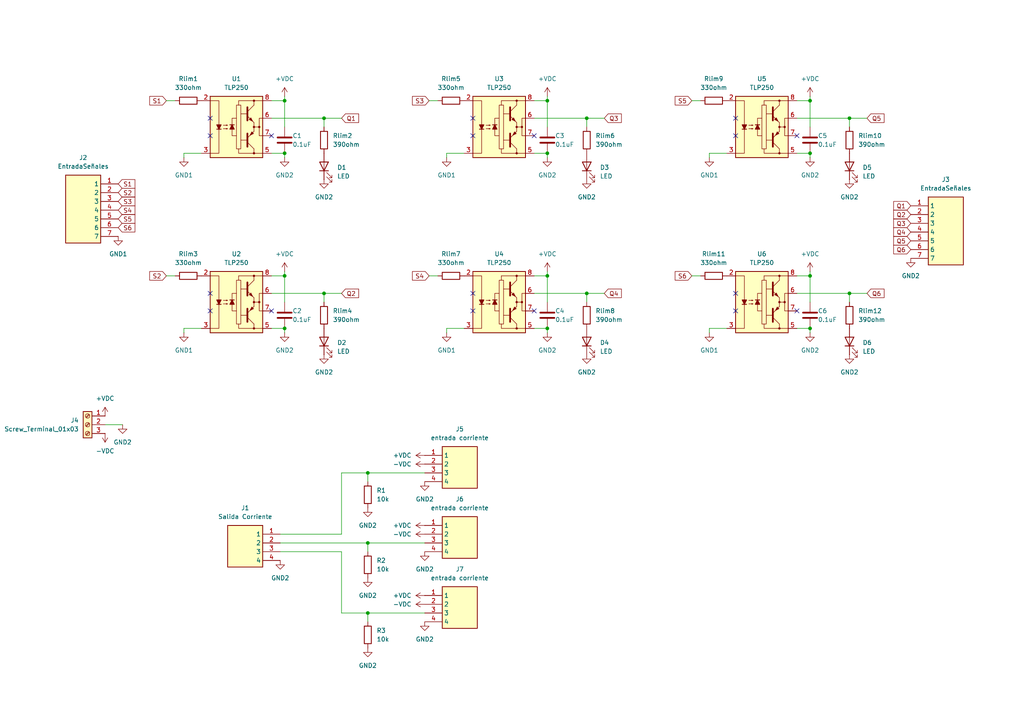
<source format=kicad_sch>
(kicad_sch (version 20231120) (generator "eeschema") (generator_version "8.0")
  (paper "A4")
  (lib_symbols
    (symbol "Conn_Socket6_1"
      (property "Reference" "J2" (at 10.16 7.62 0))
      (property "Value" "EntradaSeñales" (at 10.16 5.08 0))
      (symbol "Conn_Socket6_1_1_1"
        (rectangle (start 5.08 2.54) (end 15.24 -17.145) (stroke (width 0.254)) (fill (type background)))
        (pin passive line (at 0 0 0) (length 5.08) (name "1") (number "1"))
        (pin passive line (at 0 -2.54 0) (length 5.08) (name "2") (number "2"))
        (pin passive line (at 0 -5.08 0) (length 5.08) (name "3") (number "3"))
        (pin passive line (at 0 -7.62 0) (length 5.08) (name "4") (number "4"))
        (pin passive line (at 0 -10.16 0) (length 5.08) (name "5") (number "5"))
        (pin passive line (at 0 -12.7 0) (length 5.08) (name "6") (number "6"))
        (pin passive line (at 0 -15.24 0) (length 5.08) (name "7") (number "7"))
      )
    )
    (symbol "Conn_Socket6_2"
      (property "Reference" "J1" (at 10.16 7.62 0))
      (property "Value" "EntradaSeñales" (at 10.16 5.08 0))
      (symbol "Conn_Socket6_2_1_1"
        (rectangle (start 5.08 2.54) (end 15.24 -9.525) (stroke (width 0.254)) (fill (type background)))
        (pin passive line (at 0 0 0) (length 5.08) (name "1") (number "1"))
        (pin passive line (at 0 -2.54 0) (length 5.08) (name "2") (number "2"))
        (pin passive line (at 0 -5.08 0) (length 5.08) (name "3") (number "3"))
        (pin passive line (at 0 -7.62 0) (length 5.08) (name "4") (number "4"))
      )
    )
    (symbol "Connector:Screw_Terminal_01x03" (pin_names (offset 1.016) hide)
      (property "Reference" "J" (at 0 5.08 0))
      (property "Value" "Screw_Terminal_01x03" (at 0 -5.08 0))
      (symbol "Screw_Terminal_01x03_1_1"
        (rectangle (start -1.27 3.81) (end 1.27 -3.81) (stroke (width 0.254)) (fill (type background)))
        (circle (center 0 -2.54) (radius 0.635) (stroke (width 0.1524)))
        (polyline (pts (xy -0.5334 -2.2098) (xy 0.3302 -3.048)) (stroke (width 0.1524)))
        (polyline (pts (xy -0.5334 0.3302) (xy 0.3302 -0.508)) (stroke (width 0.1524)))
        (polyline (pts (xy -0.5334 2.8702) (xy 0.3302 2.032)) (stroke (width 0.1524)))
        (polyline (pts (xy -0.3556 -2.032) (xy 0.508 -2.8702)) (stroke (width 0.1524)))
        (polyline (pts (xy -0.3556 0.508) (xy 0.508 -0.3302)) (stroke (width 0.1524)))
        (polyline (pts (xy -0.3556 3.048) (xy 0.508 2.2098)) (stroke (width 0.1524)))
        (circle (center 0 0) (radius 0.635) (stroke (width 0.1524)))
        (circle (center 0 2.54) (radius 0.635) (stroke (width 0.1524)))
        (pin passive line (at -5.08 2.54 0) (length 3.81) (name "Pin_1") (number "1"))
        (pin passive line (at -5.08 0 0) (length 3.81) (name "Pin_2") (number "2"))
        (pin passive line (at -5.08 -2.54 0) (length 3.81) (name "Pin_3") (number "3"))
      )
    )
    (symbol "Device:C" (pin_numbers hide) (pin_names (offset 0.254))
      (property "Reference" "C" (at 0.635 2.54 0))
      (property "Value" "C" (at 0.635 -2.54 0))
      (symbol "C_0_1"
        (polyline (pts (xy -2.032 -0.762) (xy 2.032 -0.762)) (stroke (width 0.508)))
        (polyline (pts (xy -2.032 0.762) (xy 2.032 0.762)) (stroke (width 0.508)))
      )
      (symbol "C_1_1"
        (pin passive line (at 0 3.81 270) (length 2.794) (name "~") (number "1"))
        (pin passive line (at 0 -3.81 90) (length 2.794) (name "~") (number "2"))
      )
    )
    (symbol "Device:LED" (pin_numbers hide) (pin_names (offset 1.016) hide)
      (property "Reference" "D" (at 0 2.54 0))
      (property "Value" "LED" (at 0 -2.54 0))
      (symbol "LED_0_1"
        (polyline (pts (xy -1.27 -1.27) (xy -1.27 1.27)) (stroke (width 0.254)))
        (polyline (pts (xy -1.27 0) (xy 1.27 0)))
        (polyline (pts (xy 1.27 -1.27) (xy 1.27 1.27) (xy -1.27 0) (xy 1.27 -1.27)) (stroke (width 0.254)))
        (polyline (pts (xy -3.048 -0.762) (xy -4.572 -2.286) (xy -3.81 -2.286) (xy -4.572 -2.286) (xy -4.572 -1.524)))
        (polyline (pts (xy -1.778 -0.762) (xy -3.302 -2.286) (xy -2.54 -2.286) (xy -3.302 -2.286) (xy -3.302 -1.524)))
      )
      (symbol "LED_1_1"
        (pin passive line (at -3.81 0 0) (length 2.54) (name "K") (number "1"))
        (pin passive line (at 3.81 0 180) (length 2.54) (name "A") (number "2"))
      )
    )
    (symbol "Device:R" (pin_numbers hide) (pin_names (offset 0))
      (property "Reference" "R" (at 2.032 0 90))
      (property "Value" "R" (at 0 0 90))
      (symbol "R_0_1"
        (rectangle (start -1.016 -2.54) (end 1.016 2.54) (stroke (width 0.254)))
      )
      (symbol "R_1_1"
        (pin passive line (at 0 3.81 270) (length 1.27) (name "~") (number "1"))
        (pin passive line (at 0 -3.81 90) (length 1.27) (name "~") (number "2"))
      )
    )
    (symbol "Driver_FET:TLP250" (pin_names hide)
      (property "Reference" "U" (at 0 12.7 0))
      (property "Value" "TLP250" (at 0 10.16 0))
      (symbol "TLP250_0_1"
        (rectangle (start -7.62 8.89) (end 7.62 -8.89) (stroke (width 0.254)) (fill (type background)))
        (polyline (pts (xy -5.715 -0.635) (xy -4.445 -0.635)) (stroke (width 0.254)))
        (polyline (pts (xy -0.635 0.635) (xy -1.905 0.635)) (stroke (width 0.254)))
        (polyline (pts (xy 3.048 -3.81) (xy 1.27 -3.81)))
        (polyline (pts (xy 3.048 3.81) (xy 1.27 3.81)))
        (polyline (pts (xy 3.175 -4.445) (xy 5.08 -6.35)))
        (polyline (pts (xy 3.175 4.445) (xy 5.08 6.35)))
        (polyline (pts (xy 5.08 -6.35) (xy 5.08 -7.62)))
        (polyline (pts (xy 5.08 -1.27) (xy 3.175 -3.175)) (fill (type outline)))
        (polyline (pts (xy 5.08 0) (xy 6.604 0)))
        (polyline (pts (xy 5.08 1.27) (xy 3.175 3.175)) (fill (type outline)))
        (polyline (pts (xy 5.08 6.35) (xy 5.08 7.62)))
        (polyline (pts (xy 7.62 7.62) (xy 0.635 7.62)))
        (polyline (pts (xy -1.27 -0.635) (xy -1.27 -2.54) (xy 0 -2.54)))
        (polyline (pts (xy -1.27 0.635) (xy -1.27 2.54) (xy 0 2.54)))
        (polyline (pts (xy 0.635 -6.35) (xy 0.635 -7.62) (xy 7.62 -7.62)))
        (polyline (pts (xy 3.175 -5.715) (xy 3.175 -1.905) (xy 3.175 -1.905)) (stroke (width 0.508)))
        (polyline (pts (xy 3.175 5.715) (xy 3.175 1.905) (xy 3.175 1.905)) (stroke (width 0.508)))
        (polyline (pts (xy -7.62 7.62) (xy -5.08 7.62) (xy -5.08 -7.62) (xy -7.62 -7.62)))
        (polyline (pts (xy -5.08 -0.635) (xy -5.715 0.635) (xy -4.445 0.635) (xy -5.08 -0.635)) (stroke (width 0.254)) (fill (type outline)))
        (polyline (pts (xy -1.27 0.635) (xy -0.635 -0.635) (xy -1.905 -0.635) (xy -1.27 0.635)) (stroke (width 0.254)) (fill (type outline)))
        (polyline (pts (xy 7.62 2.54) (xy 6.604 2.54) (xy 6.604 -2.54) (xy 7.62 -2.54)))
        (polyline (pts (xy -3.81 -0.508) (xy -2.54 -0.508) (xy -2.921 -0.635) (xy -2.921 -0.381) (xy -2.54 -0.508)))
        (polyline (pts (xy -3.81 0.508) (xy -2.54 0.508) (xy -2.921 0.381) (xy -2.921 0.635) (xy -2.54 0.508)))
        (polyline (pts (xy 1.27 6.35) (xy 1.27 -6.35) (xy 0 -6.35) (xy 0 6.35) (xy 1.27 6.35)))
        (polyline (pts (xy 3.683 2.159) (xy 4.191 2.667) (xy 4.699 1.651) (xy 3.683 2.159) (xy 3.683 2.159)) (fill (type outline)))
        (polyline (pts (xy 4.953 -1.905) (xy 4.445 -1.397) (xy 3.937 -2.413) (xy 4.953 -1.905) (xy 4.953 -1.905)) (fill (type outline)))
        (rectangle (start 0.635 6.35) (end 0.635 6.35))
        (rectangle (start 0.635 6.35) (end 0.635 7.62))
        (circle (center 5.08 -7.62) (radius 0.254) (fill (type outline)))
        (circle (center 5.08 0) (radius 0.254) (fill (type outline)))
        (rectangle (start 5.08 1.27) (end 5.08 -1.27))
        (circle (center 5.08 7.62) (radius 0.254) (fill (type outline)))
        (circle (center 6.604 0) (radius 0.254) (fill (type outline)))
      )
      (symbol "TLP250_1_1"
        (pin no_connect line (at -7.62 2.54 0) (length 2.54) hide (name "NC") (number "1"))
        (pin passive line (at -10.16 7.62 0) (length 2.54) (name "A") (number "2"))
        (pin passive line (at -10.16 -7.62 0) (length 2.54) (name "C") (number "3"))
        (pin no_connect line (at -7.62 -2.54 0) (length 2.54) hide (name "NC") (number "4"))
        (pin power_in line (at 10.16 -7.62 180) (length 2.54) (name "VEE") (number "5"))
        (pin output line (at 10.16 2.54 180) (length 2.54) (name "VO") (number "6"))
        (pin output line (at 10.16 -2.54 180) (length 2.54) (name "VO") (number "7"))
        (pin power_in line (at 10.16 7.62 180) (length 2.54) (name "VCC") (number "8"))
      )
    )
    (symbol "power:GND" (power) (pin_numbers hide) (pin_names (offset 0) hide)
      (property "Value" "GND" (at 0 -3.81 0))
      (symbol "GND_0_1"
        (polyline (pts (xy 0 0) (xy 0 -1.27) (xy 1.27 -1.27) (xy 0 -2.54) (xy -1.27 -1.27) (xy 0 -1.27)))
      )
      (symbol "GND_1_1"
        (pin power_in line (at 0 0 270) (length 0) (name "~") (number "1"))
      )
    )
    (symbol "power:VDC" (power) (pin_numbers hide) (pin_names (offset 0) hide)
      (property "Value" "VDC" (at 0 3.556 0))
      (symbol "VDC_0_1"
        (polyline (pts (xy -0.762 1.27) (xy 0 2.54)))
        (polyline (pts (xy 0 0) (xy 0 2.54)))
        (polyline (pts (xy 0 2.54) (xy 0.762 1.27)))
      )
      (symbol "VDC_1_1"
        (pin power_in line (at 0 0 90) (length 0) (name "~") (number "1"))
      )
    )
  )
  (junction (at 246.38 85.09))
  (junction (at 234.95 95.25))
  (junction (at 158.75 44.45))
  (junction (at 234.95 29.21))
  (junction (at 158.75 95.25))
  (junction (at 246.38 34.29))
  (junction (at 82.55 44.45))
  (junction (at 234.95 80.01))
  (junction (at 170.18 34.29))
  (junction (at 158.75 29.21))
  (junction (at 158.75 80.01))
  (junction (at 82.55 95.25))
  (junction (at 93.98 85.09))
  (junction (at 82.55 29.21))
  (junction (at 106.68 177.8))
  (junction (at 170.18 85.09))
  (junction (at 93.98 34.29))
  (junction (at 106.68 137.16))
  (junction (at 82.55 80.01))
  (junction (at 234.95 44.45))
  (junction (at 106.68 157.48))
  (no_connect (at 231.14 39.37))
  (no_connect (at 154.94 39.37))
  (no_connect (at 78.74 39.37))
  (no_connect (at 213.36 90.17))
  (no_connect (at 78.74 90.17))
  (no_connect (at 137.16 34.29))
  (no_connect (at 213.36 39.37))
  (no_connect (at 60.96 39.37))
  (no_connect (at 137.16 39.37))
  (no_connect (at 60.96 90.17))
  (no_connect (at 60.96 85.09))
  (no_connect (at 231.14 90.17))
  (no_connect (at 213.36 85.09))
  (no_connect (at 137.16 90.17))
  (no_connect (at 137.16 85.09))
  (no_connect (at 154.94 90.17))
  (no_connect (at 60.96 34.29))
  (no_connect (at 213.36 34.29))
  (wire (pts (xy 124.46 29.21) (xy 127 29.21)))
  (wire (pts (xy 158.75 80.01) (xy 158.75 78.74)))
  (wire (pts (xy 246.38 87.63) (xy 246.38 85.09)))
  (wire (pts (xy 93.98 34.29) (xy 99.06 34.29)))
  (wire (pts (xy 99.06 137.16) (xy 106.68 137.16)))
  (wire (pts (xy 129.54 95.25) (xy 129.54 96.52)))
  (wire (pts (xy 158.75 95.25) (xy 158.75 96.52)))
  (wire (pts (xy 81.28 160.02) (xy 99.06 160.02)))
  (wire (pts (xy 154.94 29.21) (xy 158.75 29.21)))
  (wire (pts (xy 158.75 44.45) (xy 158.75 45.72)))
  (wire (pts (xy 82.55 44.45) (xy 82.55 45.72)))
  (wire (pts (xy 234.95 80.01) (xy 234.95 78.74)))
  (wire (pts (xy 154.94 85.09) (xy 170.18 85.09)))
  (wire (pts (xy 99.06 154.94) (xy 99.06 137.16)))
  (wire (pts (xy 106.68 137.16) (xy 106.68 139.7)))
  (wire (pts (xy 170.18 36.83) (xy 170.18 34.29)))
  (wire (pts (xy 82.55 80.01) (xy 82.55 78.74)))
  (wire (pts (xy 78.74 95.25) (xy 82.55 95.25)))
  (wire (pts (xy 82.55 29.21) (xy 82.55 27.94)))
  (wire (pts (xy 82.55 29.21) (xy 82.55 36.83)))
  (wire (pts (xy 158.75 80.01) (xy 158.75 87.63)))
  (wire (pts (xy 53.34 44.45) (xy 58.42 44.45)))
  (wire (pts (xy 53.34 95.25) (xy 58.42 95.25)))
  (wire (pts (xy 158.75 29.21) (xy 158.75 36.83)))
  (wire (pts (xy 129.54 44.45) (xy 129.54 45.72)))
  (wire (pts (xy 124.46 80.01) (xy 127 80.01)))
  (wire (pts (xy 158.75 29.21) (xy 158.75 27.94)))
  (wire (pts (xy 53.34 95.25) (xy 53.34 96.52)))
  (wire (pts (xy 170.18 85.09) (xy 175.26 85.09)))
  (wire (pts (xy 154.94 34.29) (xy 170.18 34.29)))
  (wire (pts (xy 53.34 44.45) (xy 53.34 45.72)))
  (wire (pts (xy 205.74 44.45) (xy 210.82 44.45)))
  (wire (pts (xy 129.54 95.25) (xy 134.62 95.25)))
  (wire (pts (xy 234.95 95.25) (xy 234.95 96.52)))
  (wire (pts (xy 106.68 160.02) (xy 106.68 157.48)))
  (wire (pts (xy 231.14 29.21) (xy 234.95 29.21)))
  (wire (pts (xy 154.94 95.25) (xy 158.75 95.25)))
  (wire (pts (xy 82.55 80.01) (xy 82.55 87.63)))
  (wire (pts (xy 246.38 34.29) (xy 251.46 34.29)))
  (wire (pts (xy 234.95 44.45) (xy 234.95 45.72)))
  (wire (pts (xy 246.38 85.09) (xy 251.46 85.09)))
  (wire (pts (xy 78.74 80.01) (xy 82.55 80.01)))
  (wire (pts (xy 170.18 34.29) (xy 175.26 34.29)))
  (wire (pts (xy 200.66 29.21) (xy 203.2 29.21)))
  (wire (pts (xy 99.06 177.8) (xy 106.68 177.8)))
  (wire (pts (xy 234.95 29.21) (xy 234.95 36.83)))
  (wire (pts (xy 205.74 44.45) (xy 205.74 45.72)))
  (wire (pts (xy 106.68 180.34) (xy 106.68 177.8)))
  (wire (pts (xy 81.28 154.94) (xy 99.06 154.94)))
  (wire (pts (xy 205.74 95.25) (xy 205.74 96.52)))
  (wire (pts (xy 170.18 87.63) (xy 170.18 85.09)))
  (wire (pts (xy 129.54 44.45) (xy 134.62 44.45)))
  (wire (pts (xy 200.66 80.01) (xy 203.2 80.01)))
  (wire (pts (xy 93.98 87.63) (xy 93.98 85.09)))
  (wire (pts (xy 205.74 95.25) (xy 210.82 95.25)))
  (wire (pts (xy 48.26 80.01) (xy 50.8 80.01)))
  (wire (pts (xy 93.98 36.83) (xy 93.98 34.29)))
  (wire (pts (xy 231.14 85.09) (xy 246.38 85.09)))
  (wire (pts (xy 231.14 44.45) (xy 234.95 44.45)))
  (wire (pts (xy 234.95 80.01) (xy 234.95 87.63)))
  (wire (pts (xy 123.19 137.16) (xy 106.68 137.16)))
  (wire (pts (xy 231.14 34.29) (xy 246.38 34.29)))
  (wire (pts (xy 78.74 29.21) (xy 82.55 29.21)))
  (wire (pts (xy 154.94 80.01) (xy 158.75 80.01)))
  (wire (pts (xy 81.28 157.48) (xy 106.68 157.48)))
  (wire (pts (xy 234.95 29.21) (xy 234.95 27.94)))
  (wire (pts (xy 78.74 85.09) (xy 93.98 85.09)))
  (wire (pts (xy 93.98 85.09) (xy 99.06 85.09)))
  (wire (pts (xy 48.26 29.21) (xy 50.8 29.21)))
  (wire (pts (xy 99.06 160.02) (xy 99.06 177.8)))
  (wire (pts (xy 246.38 36.83) (xy 246.38 34.29)))
  (wire (pts (xy 82.55 95.25) (xy 82.55 96.52)))
  (wire (pts (xy 78.74 34.29) (xy 93.98 34.29)))
  (wire (pts (xy 154.94 44.45) (xy 158.75 44.45)))
  (wire (pts (xy 231.14 80.01) (xy 234.95 80.01)))
  (wire (pts (xy 78.74 44.45) (xy 82.55 44.45)))
  (wire (pts (xy 30.48 123.19) (xy 35.56 123.19)))
  (wire (pts (xy 106.68 157.48) (xy 123.19 157.48)))
  (wire (pts (xy 231.14 95.25) (xy 234.95 95.25)))
  (wire (pts (xy 106.68 177.8) (xy 123.19 177.8)))
  (global_label "S3" (shape input) (at 124.46 29.21 180) (property "Intersheetrefs" "${INTERSHEET_REFS}" (effects (hide yes))))
  (global_label "S5" (shape input) (at 34.29 63.5 0) (property "Intersheetrefs" "${INTERSHEET_REFS}" (effects (hide yes))))
  (global_label "S4" (shape input) (at 124.46 80.01 180) (property "Intersheetrefs" "${INTERSHEET_REFS}" (effects (hide yes))))
  (global_label "Q3" (shape input) (at 264.16 64.77 180) (property "Intersheetrefs" "${INTERSHEET_REFS}" (effects (hide yes))))
  (global_label "Q5" (shape input) (at 251.46 34.29 0) (property "Intersheetrefs" "${INTERSHEET_REFS}" (effects (hide yes))))
  (global_label "Q6" (shape input) (at 251.46 85.09 0) (property "Intersheetrefs" "${INTERSHEET_REFS}" (effects (hide yes))))
  (global_label "Q4" (shape input) (at 264.16 67.31 180) (property "Intersheetrefs" "${INTERSHEET_REFS}" (effects (hide yes))))
  (global_label "S3" (shape input) (at 34.29 58.42 0) (property "Intersheetrefs" "${INTERSHEET_REFS}" (effects (hide yes))))
  (global_label "Q3" (shape input) (at 175.26 34.29 0) (property "Intersheetrefs" "${INTERSHEET_REFS}" (effects (hide yes))))
  (global_label "S6" (shape input) (at 200.66 80.01 180) (property "Intersheetrefs" "${INTERSHEET_REFS}" (effects (hide yes))))
  (global_label "S4" (shape input) (at 34.29 60.96 0) (property "Intersheetrefs" "${INTERSHEET_REFS}" (effects (hide yes))))
  (global_label "Q6" (shape input) (at 264.16 72.39 180) (property "Intersheetrefs" "${INTERSHEET_REFS}" (effects (hide yes))))
  (global_label "S1" (shape input) (at 34.29 53.34 0) (property "Intersheetrefs" "${INTERSHEET_REFS}" (effects (hide yes))))
  (global_label "S2" (shape input) (at 48.26 80.01 180) (property "Intersheetrefs" "${INTERSHEET_REFS}" (effects (hide yes))))
  (global_label "Q5" (shape input) (at 264.16 69.85 180) (property "Intersheetrefs" "${INTERSHEET_REFS}" (effects (hide yes))))
  (global_label "Q1" (shape input) (at 99.06 34.29 0) (property "Intersheetrefs" "${INTERSHEET_REFS}" (effects (hide yes))))
  (global_label "S2" (shape input) (at 34.29 55.88 0) (property "Intersheetrefs" "${INTERSHEET_REFS}" (effects (hide yes))))
  (global_label "S5" (shape input) (at 200.66 29.21 180) (property "Intersheetrefs" "${INTERSHEET_REFS}" (effects (hide yes))))
  (global_label "S1" (shape input) (at 48.26 29.21 180) (property "Intersheetrefs" "${INTERSHEET_REFS}" (effects (hide yes))))
  (global_label "Q4" (shape input) (at 175.26 85.09 0) (property "Intersheetrefs" "${INTERSHEET_REFS}" (effects (hide yes))))
  (global_label "Q1" (shape input) (at 264.16 59.69 180) (property "Intersheetrefs" "${INTERSHEET_REFS}" (effects (hide yes))))
  (global_label "S6" (shape input) (at 34.29 66.04 0) (property "Intersheetrefs" "${INTERSHEET_REFS}" (effects (hide yes))))
  (global_label "Q2" (shape input) (at 264.16 62.23 180) (property "Intersheetrefs" "${INTERSHEET_REFS}" (effects (hide yes))))
  (global_label "Q2" (shape input) (at 99.06 85.09 0) (property "Intersheetrefs" "${INTERSHEET_REFS}" (effects (hide yes))))
  (symbol (lib_id "Device:R") (at 54.61 29.21 90) (unit 1)
    (property "Reference" "Rlim1" (at 54.61 22.86 90))
    (property "Value" "330ohm" (at 54.61 25.4 90))
    (property "Footprint" "Inductor_SMD:L_0603_1608Metric_Pad1.05x0.95mm_HandSolder" (effects (hide yes)))
    (property "Description" "Resistor" (effects (hide yes)))
  )
  (symbol (lib_id "power:GND") (at 106.68 147.32 0) (unit 1)
    (property "Reference" "#PWR039" (effects (hide yes)))
    (property "Value" "GND2" (at 106.68 152.4 0))
    (property "Description" "Power symbol creates a global label with name \"GND\" , ground" (effects (hide yes)))
  )
  (symbol (lib_id "power:GND") (at 35.56 123.19 0) (unit 1)
    (property "Reference" "#PWR05" (effects (hide yes)))
    (property "Value" "GND2" (at 35.56 128.27 0))
    (property "Description" "Power symbol creates a global label with name \"GND\" , ground" (effects (hide yes)))
  )
  (symbol (lib_id "power:GND") (at 129.54 45.72 0) (unit 1)
    (property "Reference" "#PWR013" (effects (hide yes)))
    (property "Value" "GND1" (at 129.54 50.8 0))
    (property "Description" "Power symbol creates a global label with name \"GND\" , ground" (effects (hide yes)))
  )
  (symbol (lib_id "Device:R") (at 106.68 184.15 0) (unit 1)
    (property "Reference" "R3" (at 109.22 182.8799 0) (effects (justify left)))
    (property "Value" "10k" (at 109.22 185.4199 0) (effects (justify left)))
    (property "Footprint" "Resistor_THT:R_Axial_DIN0207_L6.3mm_D2.5mm_P10.16mm_Horizontal" (effects (hide yes)))
    (property "Description" "Resistor" (effects (hide yes)))
  )
  (symbol (lib_id "power:GND") (at 34.29 68.58 0) (unit 1)
    (property "Reference" "#PWR02" (effects (hide yes)))
    (property "Value" "GND1" (at 34.29 73.66 0))
    (property "Description" "Power symbol creates a global label with name \"GND\" , ground" (effects (hide yes)))
  )
  (symbol (lib_id "power:VDC") (at 82.55 27.94 0) (unit 1)
    (property "Reference" "#PWR07" (effects (hide yes)))
    (property "Value" "+VDC" (at 82.55 22.86 0))
    (property "Description" "Power symbol creates a global label with name \"VDC\"" (effects (hide yes)))
  )
  (symbol (lib_id "Device:R") (at 130.81 29.21 90) (unit 1)
    (property "Reference" "Rlim5" (at 130.81 22.86 90))
    (property "Value" "330ohm" (at 130.81 25.4 90))
    (property "Footprint" "Inductor_SMD:L_0603_1608Metric_Pad1.05x0.95mm_HandSolder" (effects (hide yes)))
    (property "Description" "Resistor" (effects (hide yes)))
  )
  (symbol (lib_id "power:GND") (at 123.19 180.34 0) (unit 1)
    (property "Reference" "#PWR038" (effects (hide yes)))
    (property "Value" "GND2" (at 123.19 185.42 0))
    (property "Description" "Power symbol creates a global label with name \"GND\" , ground" (effects (hide yes)))
  )
  (symbol (lib_id "Device:C") (at 234.95 40.64 0) (unit 1)
    (property "Reference" "C5" (at 237.236 39.37 0) (effects (justify left)))
    (property "Value" "0.1uF" (at 237.236 41.91 0) (effects (justify left)))
    (property "Footprint" "Inductor_SMD:L_0603_1608Metric_Pad1.05x0.95mm_HandSolder" (effects (hide yes)))
    (property "Description" "Unpolarized capacitor" (effects (hide yes)))
  )
  (symbol (lib_id "power:GND") (at 82.55 96.52 0) (unit 1)
    (property "Reference" "#PWR010" (effects (hide yes)))
    (property "Value" "GND2" (at 82.55 101.6 0))
    (property "Description" "Power symbol creates a global label with name \"GND\" , ground" (effects (hide yes)))
  )
  (symbol (lib_id "Device:R") (at 93.98 91.44 180) (unit 1)
    (property "Reference" "Rlim4" (at 96.52 90.1699 0) (effects (justify right)))
    (property "Value" "390ohm" (at 96.52 92.7099 0) (effects (justify right)))
    (property "Footprint" "Inductor_SMD:L_0603_1608Metric_Pad1.05x0.95mm_HandSolder" (effects (hide yes)))
    (property "Description" "Resistor" (effects (hide yes)))
  )
  (symbol (lib_id "power:GND") (at 234.95 96.52 0) (unit 1)
    (property "Reference" "#PWR026" (effects (hide yes)))
    (property "Value" "GND2" (at 234.95 101.6 0))
    (property "Description" "Power symbol creates a global label with name \"GND\" , ground" (effects (hide yes)))
  )
  (symbol (lib_id "power:GND") (at 123.19 139.7 0) (unit 1)
    (property "Reference" "#PWR036" (effects (hide yes)))
    (property "Value" "GND2" (at 123.19 144.78 0))
    (property "Description" "Power symbol creates a global label with name \"GND\" , ground" (effects (hide yes)))
  )
  (symbol (lib_id "power:GND") (at 53.34 45.72 0) (unit 1)
    (property "Reference" "#PWR03" (effects (hide yes)))
    (property "Value" "GND1" (at 53.34 50.8 0))
    (property "Description" "Power symbol creates a global label with name \"GND\" , ground" (effects (hide yes)))
  )
  (symbol (lib_id "power:GND") (at 93.98 52.07 0) (unit 1)
    (property "Reference" "#PWR06" (effects (hide yes)))
    (property "Value" "GND2" (at 93.98 57.15 0))
    (property "Description" "Power symbol creates a global label with name \"GND\" , ground" (effects (hide yes)))
  )
  (symbol (lib_id "power:VDC") (at 234.95 27.94 0) (unit 1)
    (property "Reference" "#PWR023" (effects (hide yes)))
    (property "Value" "+VDC" (at 234.95 22.86 0))
    (property "Description" "Power symbol creates a global label with name \"VDC\"" (effects (hide yes)))
  )
  (symbol (lib_id "Device:R") (at 207.01 80.01 90) (unit 1)
    (property "Reference" "Rlim11" (at 207.01 73.66 90))
    (property "Value" "330ohm" (at 207.01 76.2 90))
    (property "Footprint" "Inductor_SMD:L_0603_1608Metric_Pad1.05x0.95mm_HandSolder" (effects (hide yes)))
    (property "Description" "Resistor" (effects (hide yes)))
  )
  (symbol (lib_id "power:GND") (at 81.28 162.56 0) (unit 1)
    (property "Reference" "#PWR029" (effects (hide yes)))
    (property "Value" "GND2" (at 81.28 167.64 0))
    (property "Description" "Power symbol creates a global label with name \"GND\" , ground" (effects (hide yes)))
  )
  (symbol (lib_id "Driver_FET:TLP250") (at 220.98 36.83 0) (unit 1)
    (property "Reference" "U5" (at 220.98 22.86 0))
    (property "Value" "TLP250" (at 220.98 25.4 0))
    (property "Footprint" "Package_DIP:DIP-8_W7.62mm" (effects (hide yes)))
    (property "Datasheet" "http://toshiba.semicon-storage.com/info/docget.jsp?did=16821&prodName=TLP250" (effects (hide yes)))
    (property "Description" "Gate Drive Optocoupler, Output Current 1.5/1.5A, DIP-8" (effects (hide yes)))
  )
  (symbol (lib_id "power:GND") (at 158.75 96.52 0) (unit 1)
    (property "Reference" "#PWR012" (effects (hide yes)))
    (property "Value" "GND2" (at 158.75 101.6 0))
    (property "Description" "Power symbol creates a global label with name \"GND\" , ground" (effects (hide yes)))
  )
  (symbol (lib_id "power:VDC") (at 123.19 172.72 90) (unit 1)
    (property "Reference" "#PWR032" (effects (hide yes)))
    (property "Value" "+VDC" (at 119.38 172.7199 90) (effects (justify left)))
    (property "Description" "Power symbol creates a global label with name \"VDC\"" (effects (hide yes)))
  )
  (symbol (lib_id "Device:R") (at 106.68 143.51 0) (unit 1)
    (property "Reference" "R1" (at 109.22 142.2399 0) (effects (justify left)))
    (property "Value" "10k" (at 109.22 144.7799 0) (effects (justify left)))
    (property "Footprint" "Resistor_THT:R_Axial_DIN0207_L6.3mm_D2.5mm_P10.16mm_Horizontal" (effects (hide yes)))
    (property "Description" "Resistor" (effects (hide yes)))
  )
  (symbol (lib_id "power:VDC") (at 158.75 78.74 0) (unit 1)
    (property "Reference" "#PWR017" (effects (hide yes)))
    (property "Value" "+VDC" (at 158.75 73.66 0))
    (property "Description" "Power symbol creates a global label with name \"VDC\"" (effects (hide yes)))
  )
  (symbol (lib_id "Device:R") (at 54.61 80.01 90) (unit 1)
    (property "Reference" "Rlim3" (at 54.61 73.66 90))
    (property "Value" "330ohm" (at 54.61 76.2 90))
    (property "Footprint" "Inductor_SMD:L_0603_1608Metric_Pad1.05x0.95mm_HandSolder" (effects (hide yes)))
    (property "Description" "Resistor" (effects (hide yes)))
  )
  (symbol (lib_id "power:VDC") (at 123.19 154.94 90) (unit 1)
    (property "Reference" "#PWR034" (effects (hide yes)))
    (property "Value" "-VDC" (at 119.38 154.9399 90) (effects (justify left)))
    (property "Description" "Power symbol creates a global label with name \"VDC\"" (effects (hide yes)))
  )
  (symbol (lib_id "Device:R") (at 207.01 29.21 90) (unit 1)
    (property "Reference" "Rlim9" (at 207.01 22.86 90))
    (property "Value" "330ohm" (at 207.01 25.4 90))
    (property "Footprint" "Inductor_SMD:L_0603_1608Metric_Pad1.05x0.95mm_HandSolder" (effects (hide yes)))
    (property "Description" "Resistor" (effects (hide yes)))
  )
  (symbol (lib_id "power:VDC") (at 234.95 78.74 0) (unit 1)
    (property "Reference" "#PWR025" (effects (hide yes)))
    (property "Value" "+VDC" (at 234.95 73.66 0))
    (property "Description" "Power symbol creates a global label with name \"VDC\"" (effects (hide yes)))
  )
  (symbol (lib_id "power:VDC") (at 82.55 78.74 0) (unit 1)
    (property "Reference" "#PWR09" (effects (hide yes)))
    (property "Value" "+VDC" (at 82.55 73.66 0))
    (property "Description" "Power symbol creates a global label with name \"VDC\"" (effects (hide yes)))
  )
  (symbol (lib_id "Device:R") (at 93.98 40.64 180) (unit 1)
    (property "Reference" "Rlim2" (at 96.52 39.3699 0) (effects (justify right)))
    (property "Value" "390ohm" (at 96.52 41.9099 0) (effects (justify right)))
    (property "Footprint" "Inductor_SMD:L_0603_1608Metric_Pad1.05x0.95mm_HandSolder" (effects (hide yes)))
    (property "Description" "Resistor" (effects (hide yes)))
  )
  (symbol (lib_id "power:VDC") (at 30.48 120.65 0) (unit 1)
    (property "Reference" "#PWR01" (effects (hide yes)))
    (property "Value" "+VDC" (at 30.48 115.57 0))
    (property "Description" "Power symbol creates a global label with name \"VDC\"" (effects (hide yes)))
  )
  (symbol (lib_id "Driver_FET:TLP250") (at 68.58 87.63 0) (unit 1)
    (property "Reference" "U2" (at 68.58 73.66 0))
    (property "Value" "TLP250" (at 68.58 76.2 0))
    (property "Footprint" "Package_DIP:DIP-8_W7.62mm" (effects (hide yes)))
    (property "Datasheet" "http://toshiba.semicon-storage.com/info/docget.jsp?did=16821&prodName=TLP250" (effects (hide yes)))
    (property "Description" "Gate Drive Optocoupler, Output Current 1.5/1.5A, DIP-8" (effects (hide yes)))
  )
  (symbol (lib_id "power:GND") (at 93.98 102.87 0) (unit 1)
    (property "Reference" "#PWR011" (effects (hide yes)))
    (property "Value" "GND2" (at 93.98 107.95 0))
    (property "Description" "Power symbol creates a global label with name \"GND\" , ground" (effects (hide yes)))
  )
  (symbol (lib_id "Device:R") (at 170.18 91.44 180) (unit 1)
    (property "Reference" "Rlim8" (at 172.72 90.1699 0) (effects (justify right)))
    (property "Value" "390ohm" (at 172.72 92.7099 0) (effects (justify right)))
    (property "Footprint" "Inductor_SMD:L_0603_1608Metric_Pad1.05x0.95mm_HandSolder" (effects (hide yes)))
    (property "Description" "Resistor" (effects (hide yes)))
  )
  (symbol (lib_id "power:GND") (at 82.55 45.72 0) (unit 1)
    (property "Reference" "#PWR08" (effects (hide yes)))
    (property "Value" "GND2" (at 82.55 50.8 0))
    (property "Description" "Power symbol creates a global label with name \"GND\" , ground" (effects (hide yes)))
  )
  (symbol (lib_id "Device:LED") (at 170.18 99.06 90) (unit 1)
    (property "Reference" "D4" (at 173.99 99.3774 90) (effects (justify right)))
    (property "Value" "LED" (at 173.99 101.9174 90) (effects (justify right)))
    (property "Footprint" "Diode_SMD:D_1206_3216Metric" (effects (hide yes)))
    (property "Description" "Light emitting diode" (effects (hide yes)))
  )
  (symbol (lib_id "power:GND") (at 106.68 167.64 0) (unit 1)
    (property "Reference" "#PWR040" (effects (hide yes)))
    (property "Value" "GND2" (at 106.68 172.72 0))
    (property "Description" "Power symbol creates a global label with name \"GND\" , ground" (effects (hide yes)))
  )
  (symbol (lib_id "Device:R") (at 246.38 91.44 180) (unit 1)
    (property "Reference" "Rlim12" (at 248.92 90.1699 0) (effects (justify right)))
    (property "Value" "390ohm" (at 248.92 92.7099 0) (effects (justify right)))
    (property "Footprint" "Inductor_SMD:L_0603_1608Metric_Pad1.05x0.95mm_HandSolder" (effects (hide yes)))
    (property "Description" "Resistor" (effects (hide yes)))
  )
  (symbol (lib_id "Device:C") (at 82.55 40.64 0) (unit 1)
    (property "Reference" "C1" (at 84.836 39.37 0) (effects (justify left)))
    (property "Value" "0.1uF" (at 84.836 41.91 0) (effects (justify left)))
    (property "Footprint" "Inductor_SMD:L_0603_1608Metric_Pad1.05x0.95mm_HandSolder" (effects (hide yes)))
    (property "Description" "Unpolarized capacitor" (effects (hide yes)))
  )
  (symbol (lib_id "Device:C") (at 234.95 91.44 0) (unit 1)
    (property "Reference" "C6" (at 237.236 90.17 0) (effects (justify left)))
    (property "Value" "0.1uF" (at 237.236 92.71 0) (effects (justify left)))
    (property "Footprint" "Inductor_SMD:L_0603_1608Metric_Pad1.05x0.95mm_HandSolder" (effects (hide yes)))
    (property "Description" "Unpolarized capacitor" (effects (hide yes)))
  )
  (symbol (lib_id "Device:C") (at 82.55 91.44 0) (unit 1)
    (property "Reference" "C2" (at 84.836 90.17 0) (effects (justify left)))
    (property "Value" "0.1uF" (at 84.836 92.71 0) (effects (justify left)))
    (property "Footprint" "Inductor_SMD:L_0603_1608Metric_Pad1.05x0.95mm_HandSolder" (effects (hide yes)))
    (property "Description" "Unpolarized capacitor" (effects (hide yes)))
  )
  (symbol (lib_id "power:GND") (at 129.54 96.52 0) (unit 1)
    (property "Reference" "#PWR014" (effects (hide yes)))
    (property "Value" "GND1" (at 129.54 101.6 0))
    (property "Description" "Power symbol creates a global label with name \"GND\" , ground" (effects (hide yes)))
  )
  (symbol (lib_id "power:GND") (at 170.18 52.07 0) (unit 1)
    (property "Reference" "#PWR016" (effects (hide yes)))
    (property "Value" "GND2" (at 170.18 57.15 0))
    (property "Description" "Power symbol creates a global label with name \"GND\" , ground" (effects (hide yes)))
  )
  (symbol (lib_id "power:VDC") (at 158.75 27.94 0) (unit 1)
    (property "Reference" "#PWR015" (effects (hide yes)))
    (property "Value" "+VDC" (at 158.75 22.86 0))
    (property "Description" "Power symbol creates a global label with name \"VDC\"" (effects (hide yes)))
  )
  (symbol (lib_id "Device:C") (at 158.75 40.64 0) (unit 1)
    (property "Reference" "C3" (at 161.036 39.37 0) (effects (justify left)))
    (property "Value" "0.1uF" (at 161.036 41.91 0) (effects (justify left)))
    (property "Footprint" "Inductor_SMD:L_0603_1608Metric_Pad1.05x0.95mm_HandSolder" (effects (hide yes)))
    (property "Description" "Unpolarized capacitor" (effects (hide yes)))
  )
  (symbol (lib_id "power:VDC") (at 123.19 132.08 90) (unit 1)
    (property "Reference" "#PWR030" (effects (hide yes)))
    (property "Value" "+VDC" (at 119.38 132.0799 90) (effects (justify left)))
    (property "Description" "Power symbol creates a global label with name \"VDC\"" (effects (hide yes)))
  )
  (symbol (lib_id "Device:LED") (at 246.38 48.26 90) (unit 1)
    (property "Reference" "D5" (at 250.19 48.5774 90) (effects (justify right)))
    (property "Value" "LED" (at 250.19 51.1174 90) (effects (justify right)))
    (property "Footprint" "Diode_SMD:D_1206_3216Metric" (effects (hide yes)))
    (property "Description" "Light emitting diode" (effects (hide yes)))
  )
  (symbol (lib_id "power:VDC") (at 123.19 134.62 90) (unit 1)
    (property "Reference" "#PWR033" (effects (hide yes)))
    (property "Value" "-VDC" (at 119.38 134.6199 90) (effects (justify left)))
    (property "Description" "Power symbol creates a global label with name \"VDC\"" (effects (hide yes)))
  )
  (symbol (lib_id "Device:R") (at 106.68 163.83 0) (unit 1)
    (property "Reference" "R2" (at 109.22 162.5599 0) (effects (justify left)))
    (property "Value" "10k" (at 109.22 165.0999 0) (effects (justify left)))
    (property "Footprint" "Resistor_THT:R_Axial_DIN0207_L6.3mm_D2.5mm_P10.16mm_Horizontal" (effects (hide yes)))
    (property "Description" "Resistor" (effects (hide yes)))
  )
  (symbol (lib_id "Device:R") (at 170.18 40.64 180) (unit 1)
    (property "Reference" "Rlim6" (at 172.72 39.3699 0) (effects (justify right)))
    (property "Value" "390ohm" (at 172.72 41.9099 0) (effects (justify right)))
    (property "Footprint" "Inductor_SMD:L_0603_1608Metric_Pad1.05x0.95mm_HandSolder" (effects (hide yes)))
    (property "Description" "Resistor" (effects (hide yes)))
  )
  (symbol (lib_name "Conn_Socket6_1") (lib_id "801-87-006-10-001101:Conn_Socket6") (at 34.29 53.34 0) (mirror y) (unit 1)
    (property "Reference" "J2" (at 24.13 45.72 0))
    (property "Value" "EntradaSeñales" (at 24.13 48.26 0))
    (property "Footprint" "sparkOpsHuellas:ConnSocket6" (effects (hide yes)))
    (property "Datasheet" "https://www.precidip.com/pview/801-PP-NNN-10-001101.html" (effects (hide yes)))
    (property "Description" "2.54/5.08 mm, Straight solder tail, Mating pin  0.76 mm, 006 positions" (effects (hide yes)))
    (property "Height" "7" (effects (hide yes)))
    (property "Mouser Part Number" "437-8018700610001101" (effects (hide yes)))
    (property "Mouser Price/Stock" "https://www.mouser.co.uk/ProductDetail/Preci-dip/801-87-006-10-001101?qs=FtMuP6KVi2Q2Yj6OdG5g3A%3D%3D" (effects (hide yes)))
    (property "Manufacturer_Name" "Preci-Dip" (effects (hide yes)))
    (property "Manufacturer_Part_Number" "801-87-006-10-001101" (effects (hide yes)))
  )
  (symbol (lib_name "Conn_Socket6_2") (lib_id "801-87-006-10-001101:Conn_Socket6") (at 81.28 154.94 0) (mirror y) (unit 1)
    (property "Reference" "J1" (at 71.12 147.32 0))
    (property "Value" "Salida Corriente" (at 71.12 149.86 0))
    (property "Footprint" "sparkOpsHuellas:ConnSocket6" (effects (hide yes)))
    (property "Datasheet" "https://www.precidip.com/pview/801-PP-NNN-10-001101.html" (effects (hide yes)))
    (property "Description" "2.54/5.08 mm, Straight solder tail, Mating pin  0.76 mm, 006 positions" (effects (hide yes)))
    (property "Height" "7" (effects (hide yes)))
    (property "Mouser Part Number" "437-8018700610001101" (effects (hide yes)))
    (property "Mouser Price/Stock" "https://www.mouser.co.uk/ProductDetail/Preci-dip/801-87-006-10-001101?qs=FtMuP6KVi2Q2Yj6OdG5g3A%3D%3D" (effects (hide yes)))
    (property "Manufacturer_Name" "Preci-Dip" (effects (hide yes)))
    (property "Manufacturer_Part_Number" "801-87-006-10-001101" (effects (hide yes)))
  )
  (symbol (lib_id "power:GND") (at 246.38 52.07 0) (unit 1)
    (property "Reference" "#PWR020" (effects (hide yes)))
    (property "Value" "GND2" (at 246.38 57.15 0))
    (property "Description" "Power symbol creates a global label with name \"GND\" , ground" (effects (hide yes)))
  )
  (symbol (lib_id "power:GND") (at 106.68 187.96 0) (unit 1)
    (property "Reference" "#PWR041" (effects (hide yes)))
    (property "Value" "GND2" (at 106.68 193.04 0))
    (property "Description" "Power symbol creates a global label with name \"GND\" , ground" (effects (hide yes)))
  )
  (symbol (lib_id "power:GND") (at 170.18 102.87 0) (unit 1)
    (property "Reference" "#PWR019" (effects (hide yes)))
    (property "Value" "GND2" (at 170.18 107.95 0))
    (property "Description" "Power symbol creates a global label with name \"GND\" , ground" (effects (hide yes)))
  )
  (symbol (lib_id "Driver_FET:TLP250") (at 144.78 36.83 0) (unit 1)
    (property "Reference" "U3" (at 144.78 22.86 0))
    (property "Value" "TLP250" (at 144.78 25.4 0))
    (property "Footprint" "Package_DIP:DIP-8_W7.62mm" (effects (hide yes)))
    (property "Datasheet" "http://toshiba.semicon-storage.com/info/docget.jsp?did=16821&prodName=TLP250" (effects (hide yes)))
    (property "Description" "Gate Drive Optocoupler, Output Current 1.5/1.5A, DIP-8" (effects (hide yes)))
  )
  (symbol (lib_id "power:GND") (at 205.74 45.72 0) (unit 1)
    (property "Reference" "#PWR022" (effects (hide yes)))
    (property "Value" "GND1" (at 205.74 50.8 0))
    (property "Description" "Power symbol creates a global label with name \"GND\" , ground" (effects (hide yes)))
  )
  (symbol (lib_id "Connector:Screw_Terminal_01x03") (at 25.4 123.19 0) (mirror y) (unit 1)
    (property "Reference" "J4" (at 22.86 121.9199 0) (effects (justify left)))
    (property "Value" "Screw_Terminal_01x03" (at 22.86 124.4599 0) (effects (justify left)))
    (property "Footprint" "TerminalBlock:TerminalBlock_bornier-3_P5.08mm" (effects (hide yes)))
    (property "Description" "Generic screw terminal, single row, 01x03, script generated (kicad-library-utils/schlib/autogen/connector/)" (effects (hide yes)))
  )
  (symbol (lib_id "Device:LED") (at 246.38 99.06 90) (unit 1)
    (property "Reference" "D6" (at 250.19 99.3774 90) (effects (justify right)))
    (property "Value" "LED" (at 250.19 101.9174 90) (effects (justify right)))
    (property "Footprint" "Diode_SMD:D_1206_3216Metric" (effects (hide yes)))
    (property "Description" "Light emitting diode" (effects (hide yes)))
  )
  (symbol (lib_id "power:VDC") (at 30.48 125.73 180) (unit 1)
    (property "Reference" "#PWR028" (effects (hide yes)))
    (property "Value" "-VDC" (at 30.48 130.81 0))
    (property "Description" "Power symbol creates a global label with name \"VDC\"" (effects (hide yes)))
  )
  (symbol (lib_id "power:VDC") (at 123.19 152.4 90) (unit 1)
    (property "Reference" "#PWR031" (effects (hide yes)))
    (property "Value" "+VDC" (at 119.38 152.3999 90) (effects (justify left)))
    (property "Description" "Power symbol creates a global label with name \"VDC\"" (effects (hide yes)))
  )
  (symbol (lib_id "power:GND") (at 234.95 45.72 0) (unit 1)
    (property "Reference" "#PWR024" (effects (hide yes)))
    (property "Value" "GND2" (at 234.95 50.8 0))
    (property "Description" "Power symbol creates a global label with name \"GND\" , ground" (effects (hide yes)))
  )
  (symbol (lib_name "Conn_Socket6_2") (lib_id "801-87-006-10-001101:Conn_Socket6") (at 123.19 172.72 0) (unit 1)
    (property "Reference" "J7" (at 133.35 165.1 0))
    (property "Value" "entrada corriente" (at 133.35 167.64 0))
    (property "Footprint" "sparkOpsHuellas:ConnSocket6" (effects (hide yes)))
    (property "Datasheet" "https://www.precidip.com/pview/801-PP-NNN-10-001101.html" (effects (hide yes)))
    (property "Description" "2.54/5.08 mm, Straight solder tail, Mating pin  0.76 mm, 006 positions" (effects (hide yes)))
    (property "Height" "7" (effects (hide yes)))
    (property "Mouser Part Number" "437-8018700610001101" (effects (hide yes)))
    (property "Mouser Price/Stock" "https://www.mouser.co.uk/ProductDetail/Preci-dip/801-87-006-10-001101?qs=FtMuP6KVi2Q2Yj6OdG5g3A%3D%3D" (effects (hide yes)))
    (property "Manufacturer_Name" "Preci-Dip" (effects (hide yes)))
    (property "Manufacturer_Part_Number" "801-87-006-10-001101" (effects (hide yes)))
  )
  (symbol (lib_id "Driver_FET:TLP250") (at 68.58 36.83 0) (unit 1)
    (property "Reference" "U1" (at 68.58 22.86 0))
    (property "Value" "TLP250" (at 68.58 25.4 0))
    (property "Footprint" "Package_DIP:DIP-8_W7.62mm" (effects (hide yes)))
    (property "Datasheet" "http://toshiba.semicon-storage.com/info/docget.jsp?did=16821&prodName=TLP250" (effects (hide yes)))
    (property "Description" "Gate Drive Optocoupler, Output Current 1.5/1.5A, DIP-8" (effects (hide yes)))
  )
  (symbol (lib_id "Driver_FET:TLP250") (at 220.98 87.63 0) (unit 1)
    (property "Reference" "U6" (at 220.98 73.66 0))
    (property "Value" "TLP250" (at 220.98 76.2 0))
    (property "Footprint" "Package_DIP:DIP-8_W7.62mm" (effects (hide yes)))
    (property "Datasheet" "http://toshiba.semicon-storage.com/info/docget.jsp?did=16821&prodName=TLP250" (effects (hide yes)))
    (property "Description" "Gate Drive Optocoupler, Output Current 1.5/1.5A, DIP-8" (effects (hide yes)))
  )
  (symbol (lib_id "power:GND") (at 53.34 96.52 0) (unit 1)
    (property "Reference" "#PWR04" (effects (hide yes)))
    (property "Value" "GND1" (at 53.34 101.6 0))
    (property "Description" "Power symbol creates a global label with name \"GND\" , ground" (effects (hide yes)))
  )
  (symbol (lib_id "Device:C") (at 158.75 91.44 0) (unit 1)
    (property "Reference" "C4" (at 161.036 90.17 0) (effects (justify left)))
    (property "Value" "0.1uF" (at 161.036 92.71 0) (effects (justify left)))
    (property "Footprint" "Inductor_SMD:L_0603_1608Metric_Pad1.05x0.95mm_HandSolder" (effects (hide yes)))
    (property "Description" "Unpolarized capacitor" (effects (hide yes)))
  )
  (symbol (lib_name "Conn_Socket6_2") (lib_id "801-87-006-10-001101:Conn_Socket6") (at 123.19 132.08 0) (unit 1)
    (property "Reference" "J5" (at 133.35 124.46 0))
    (property "Value" "entrada corriente" (at 133.35 127 0))
    (property "Footprint" "sparkOpsHuellas:ConnSocket6" (effects (hide yes)))
    (property "Datasheet" "https://www.precidip.com/pview/801-PP-NNN-10-001101.html" (effects (hide yes)))
    (property "Description" "2.54/5.08 mm, Straight solder tail, Mating pin  0.76 mm, 006 positions" (effects (hide yes)))
    (property "Height" "7" (effects (hide yes)))
    (property "Mouser Part Number" "437-8018700610001101" (effects (hide yes)))
    (property "Mouser Price/Stock" "https://www.mouser.co.uk/ProductDetail/Preci-dip/801-87-006-10-001101?qs=FtMuP6KVi2Q2Yj6OdG5g3A%3D%3D" (effects (hide yes)))
    (property "Manufacturer_Name" "Preci-Dip" (effects (hide yes)))
    (property "Manufacturer_Part_Number" "801-87-006-10-001101" (effects (hide yes)))
  )
  (symbol (lib_id "power:GND") (at 246.38 102.87 0) (unit 1)
    (property "Reference" "#PWR027" (effects (hide yes)))
    (property "Value" "GND2" (at 246.38 107.95 0))
    (property "Description" "Power symbol creates a global label with name \"GND\" , ground" (effects (hide yes)))
  )
  (symbol (lib_id "Driver_FET:TLP250") (at 144.78 87.63 0) (unit 1)
    (property "Reference" "U4" (at 144.78 73.66 0))
    (property "Value" "TLP250" (at 144.78 76.2 0))
    (property "Footprint" "Package_DIP:DIP-8_W7.62mm" (effects (hide yes)))
    (property "Datasheet" "http://toshiba.semicon-storage.com/info/docget.jsp?did=16821&prodName=TLP250" (effects (hide yes)))
    (property "Description" "Gate Drive Optocoupler, Output Current 1.5/1.5A, DIP-8" (effects (hide yes)))
  )
  (symbol (lib_id "Device:LED") (at 93.98 99.06 90) (unit 1)
    (property "Reference" "D2" (at 97.79 99.3774 90) (effects (justify right)))
    (property "Value" "LED" (at 97.79 101.9174 90) (effects (justify right)))
    (property "Footprint" "Diode_SMD:D_1206_3216Metric" (effects (hide yes)))
    (property "Description" "Light emitting diode" (effects (hide yes)))
  )
  (symbol (lib_id "Device:R") (at 246.38 40.64 180) (unit 1)
    (property "Reference" "Rlim10" (at 248.92 39.3699 0) (effects (justify right)))
    (property "Value" "390ohm" (at 248.92 41.9099 0) (effects (justify right)))
    (property "Footprint" "Inductor_SMD:L_0603_1608Metric_Pad1.05x0.95mm_HandSolder" (effects (hide yes)))
    (property "Description" "Resistor" (effects (hide yes)))
  )
  (symbol (lib_id "power:VDC") (at 123.19 175.26 90) (unit 1)
    (property "Reference" "#PWR035" (effects (hide yes)))
    (property "Value" "-VDC" (at 119.38 175.2599 90) (effects (justify left)))
    (property "Description" "Power symbol creates a global label with name \"VDC\"" (effects (hide yes)))
  )
  (symbol (lib_name "Conn_Socket6_1") (lib_id "801-87-006-10-001101:Conn_Socket6") (at 264.16 59.69 0) (unit 1)
    (property "Reference" "J3" (at 274.32 52.07 0))
    (property "Value" "EntradaSeñales" (at 274.32 54.61 0))
    (property "Footprint" "sparkOpsHuellas:ConnSocket6" (effects (hide yes)))
    (property "Datasheet" "https://www.precidip.com/pview/801-PP-NNN-10-001101.html" (effects (hide yes)))
    (property "Description" "2.54/5.08 mm, Straight solder tail, Mating pin  0.76 mm, 006 positions" (effects (hide yes)))
    (property "Height" "7" (effects (hide yes)))
    (property "Mouser Part Number" "437-8018700610001101" (effects (hide yes)))
    (property "Mouser Price/Stock" "https://www.mouser.co.uk/ProductDetail/Preci-dip/801-87-006-10-001101?qs=FtMuP6KVi2Q2Yj6OdG5g3A%3D%3D" (effects (hide yes)))
    (property "Manufacturer_Name" "Preci-Dip" (effects (hide yes)))
    (property "Manufacturer_Part_Number" "801-87-006-10-001101" (effects (hide yes)))
  )
  (symbol (lib_id "Device:R") (at 130.81 80.01 90) (unit 1)
    (property "Reference" "Rlim7" (at 130.81 73.66 90))
    (property "Value" "330ohm" (at 130.81 76.2 90))
    (property "Footprint" "Inductor_SMD:L_0603_1608Metric_Pad1.05x0.95mm_HandSolder" (effects (hide yes)))
    (property "Description" "Resistor" (effects (hide yes)))
  )
  (symbol (lib_id "Device:LED") (at 170.18 48.26 90) (unit 1)
    (property "Reference" "D3" (at 173.99 48.5774 90) (effects (justify right)))
    (property "Value" "LED" (at 173.99 51.1174 90) (effects (justify right)))
    (property "Footprint" "Diode_SMD:D_1206_3216Metric" (effects (hide yes)))
    (property "Description" "Light emitting diode" (effects (hide yes)))
  )
  (symbol (lib_id "Device:LED") (at 93.98 48.26 90) (unit 1)
    (property "Reference" "D1" (at 97.79 48.5774 90) (effects (justify right)))
    (property "Value" "LED" (at 97.79 51.1174 90) (effects (justify right)))
    (property "Footprint" "Diode_SMD:D_1206_3216Metric" (effects (hide yes)))
    (property "Description" "Light emitting diode" (effects (hide yes)))
  )
  (symbol (lib_id "power:GND") (at 264.16 74.93 0) (mirror y) (unit 1)
    (property "Reference" "#PWR042" (effects (hide yes)))
    (property "Value" "GND2" (at 264.16 80.01 0))
    (property "Description" "Power symbol creates a global label with name \"GND\" , ground" (effects (hide yes)))
  )
  (symbol (lib_id "power:GND") (at 123.19 160.02 0) (unit 1)
    (property "Reference" "#PWR037" (effects (hide yes)))
    (property "Value" "GND2" (at 123.19 165.1 0))
    (property "Description" "Power symbol creates a global label with name \"GND\" , ground" (effects (hide yes)))
  )
  (symbol (lib_id "power:GND") (at 205.74 96.52 0) (unit 1)
    (property "Reference" "#PWR021" (effects (hide yes)))
    (property "Value" "GND1" (at 205.74 101.6 0))
    (property "Description" "Power symbol creates a global label with name \"GND\" , ground" (effects (hide yes)))
  )
  (symbol (lib_id "power:GND") (at 158.75 45.72 0) (unit 1)
    (property "Reference" "#PWR018" (effects (hide yes)))
    (property "Value" "GND2" (at 158.75 50.8 0))
    (property "Description" "Power symbol creates a global label with name \"GND\" , ground" (effects (hide yes)))
  )
  (symbol (lib_name "Conn_Socket6_2") (lib_id "801-87-006-10-001101:Conn_Socket6") (at 123.19 152.4 0) (unit 1)
    (property "Reference" "J6" (at 133.35 144.78 0))
    (property "Value" "entrada corriente" (at 133.35 147.32 0))
    (property "Footprint" "sparkOpsHuellas:ConnSocket6" (effects (hide yes)))
    (property "Datasheet" "https://www.precidip.com/pview/801-PP-NNN-10-001101.html" (effects (hide yes)))
    (property "Description" "2.54/5.08 mm, Straight solder tail, Mating pin  0.76 mm, 006 positions" (effects (hide yes)))
    (property "Height" "7" (effects (hide yes)))
    (property "Mouser Part Number" "437-8018700610001101" (effects (hide yes)))
    (property "Mouser Price/Stock" "https://www.mouser.co.uk/ProductDetail/Preci-dip/801-87-006-10-001101?qs=FtMuP6KVi2Q2Yj6OdG5g3A%3D%3D" (effects (hide yes)))
    (property "Manufacturer_Name" "Preci-Dip" (effects (hide yes)))
    (property "Manufacturer_Part_Number" "801-87-006-10-001101" (effects (hide yes)))
  )
)
</source>
